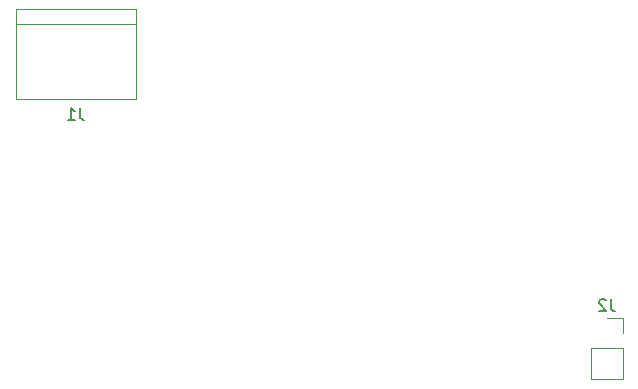
<source format=gbr>
%TF.GenerationSoftware,KiCad,Pcbnew,(6.0.2)*%
%TF.CreationDate,2022-03-08T21:55:07+01:00*%
%TF.ProjectId,simple-pc_-no-fiducials,73696d70-6c65-42d7-9063-5f2d6e6f2d66,rev?*%
%TF.SameCoordinates,Original*%
%TF.FileFunction,Legend,Bot*%
%TF.FilePolarity,Positive*%
%FSLAX46Y46*%
G04 Gerber Fmt 4.6, Leading zero omitted, Abs format (unit mm)*
G04 Created by KiCad (PCBNEW (6.0.2)) date 2022-03-08 21:55:07*
%MOMM*%
%LPD*%
G01*
G04 APERTURE LIST*
%ADD10C,0.150000*%
%ADD11C,0.120000*%
G04 APERTURE END LIST*
D10*
%TO.C,J2*%
X146891333Y-79159380D02*
X146891333Y-79873666D01*
X146938952Y-80016523D01*
X147034190Y-80111761D01*
X147177047Y-80159380D01*
X147272285Y-80159380D01*
X146462761Y-79254619D02*
X146415142Y-79207000D01*
X146319904Y-79159380D01*
X146081809Y-79159380D01*
X145986571Y-79207000D01*
X145938952Y-79254619D01*
X145891333Y-79349857D01*
X145891333Y-79445095D01*
X145938952Y-79587952D01*
X146510380Y-80159380D01*
X145891333Y-80159380D01*
%TO.C,J1*%
X101933333Y-62952380D02*
X101933333Y-63666666D01*
X101980952Y-63809523D01*
X102076190Y-63904761D01*
X102219047Y-63952380D01*
X102314285Y-63952380D01*
X100933333Y-63952380D02*
X101504761Y-63952380D01*
X101219047Y-63952380D02*
X101219047Y-62952380D01*
X101314285Y-63095238D01*
X101409523Y-63190476D01*
X101504761Y-63238095D01*
D11*
%TO.C,J2*%
X147888000Y-82037000D02*
X147888000Y-80707000D01*
X147888000Y-85907000D02*
X145228000Y-85907000D01*
X147888000Y-83307000D02*
X147888000Y-85907000D01*
X147888000Y-83307000D02*
X145228000Y-83307000D01*
X147888000Y-80707000D02*
X146558000Y-80707000D01*
X145228000Y-83307000D02*
X145228000Y-85907000D01*
%TO.C,J1*%
X106680000Y-55880000D02*
X96520000Y-55880000D01*
X96520000Y-54610000D02*
X106680000Y-54610000D01*
X106680000Y-62230000D02*
X96520000Y-62230000D01*
X96520000Y-62230000D02*
X96520000Y-54610000D01*
X106680000Y-54610000D02*
X106680000Y-62230000D01*
%TD*%
M02*

</source>
